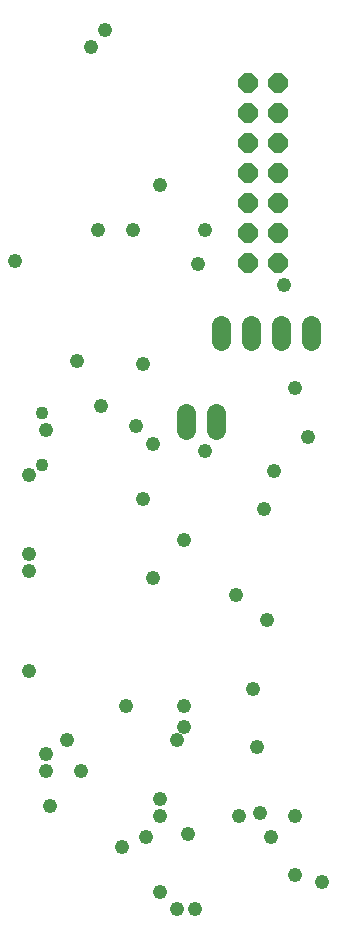
<source format=gbs>
G75*
%MOIN*%
%OFA0B0*%
%FSLAX25Y25*%
%IPPOS*%
%LPD*%
%AMOC8*
5,1,8,0,0,1.08239X$1,22.5*
%
%ADD10C,0.04343*%
%ADD11OC8,0.06400*%
%ADD12C,0.06400*%
%ADD13C,0.04800*%
D10*
X0024628Y0205068D03*
X0024628Y0222391D03*
D11*
X0093172Y0272430D03*
X0093172Y0282430D03*
X0093172Y0292430D03*
X0093172Y0302430D03*
X0093172Y0312430D03*
X0093172Y0322430D03*
X0093172Y0332430D03*
X0103172Y0332430D03*
X0103172Y0322430D03*
X0103172Y0312430D03*
X0103172Y0302430D03*
X0103172Y0292430D03*
X0103172Y0282430D03*
X0103172Y0272430D03*
D12*
X0104038Y0251962D02*
X0104038Y0246362D01*
X0114038Y0246362D02*
X0114038Y0251962D01*
X0094038Y0251962D02*
X0094038Y0246362D01*
X0084038Y0246362D02*
X0084038Y0251962D01*
X0082345Y0222395D02*
X0082345Y0216795D01*
X0072345Y0216795D02*
X0072345Y0222395D01*
D13*
X0027077Y0091500D03*
X0025927Y0103000D03*
X0025927Y0108750D03*
X0032827Y0113350D03*
X0037427Y0103000D03*
X0051227Y0077700D03*
X0059277Y0081150D03*
X0063877Y0088050D03*
X0063877Y0093800D03*
X0069627Y0113350D03*
X0071927Y0117950D03*
X0071927Y0124850D03*
X0073077Y0082300D03*
X0075377Y0057000D03*
X0069627Y0057000D03*
X0063877Y0062750D03*
X0052377Y0124850D03*
X0061577Y0167400D03*
X0058127Y0193850D03*
X0061577Y0212250D03*
X0055827Y0218000D03*
X0058127Y0238700D03*
X0044327Y0224900D03*
X0036277Y0239850D03*
X0025927Y0216850D03*
X0020177Y0201900D03*
X0020177Y0175450D03*
X0020177Y0169700D03*
X0020177Y0136350D03*
X0015577Y0273200D03*
X0040877Y0344500D03*
X0045477Y0350250D03*
X0063877Y0298500D03*
X0054677Y0283550D03*
X0043177Y0283550D03*
X0071927Y0180050D03*
X0078827Y0209950D03*
X0089177Y0161650D03*
X0098377Y0190400D03*
X0101827Y0203050D03*
X0108727Y0230650D03*
X0113327Y0214550D03*
X0105277Y0265150D03*
X0078827Y0283550D03*
X0076527Y0272050D03*
X0099527Y0153600D03*
X0094927Y0130600D03*
X0096077Y0111050D03*
X0097227Y0089200D03*
X0100677Y0081150D03*
X0108727Y0088050D03*
X0108727Y0068500D03*
X0117927Y0066200D03*
X0090327Y0088050D03*
M02*

</source>
